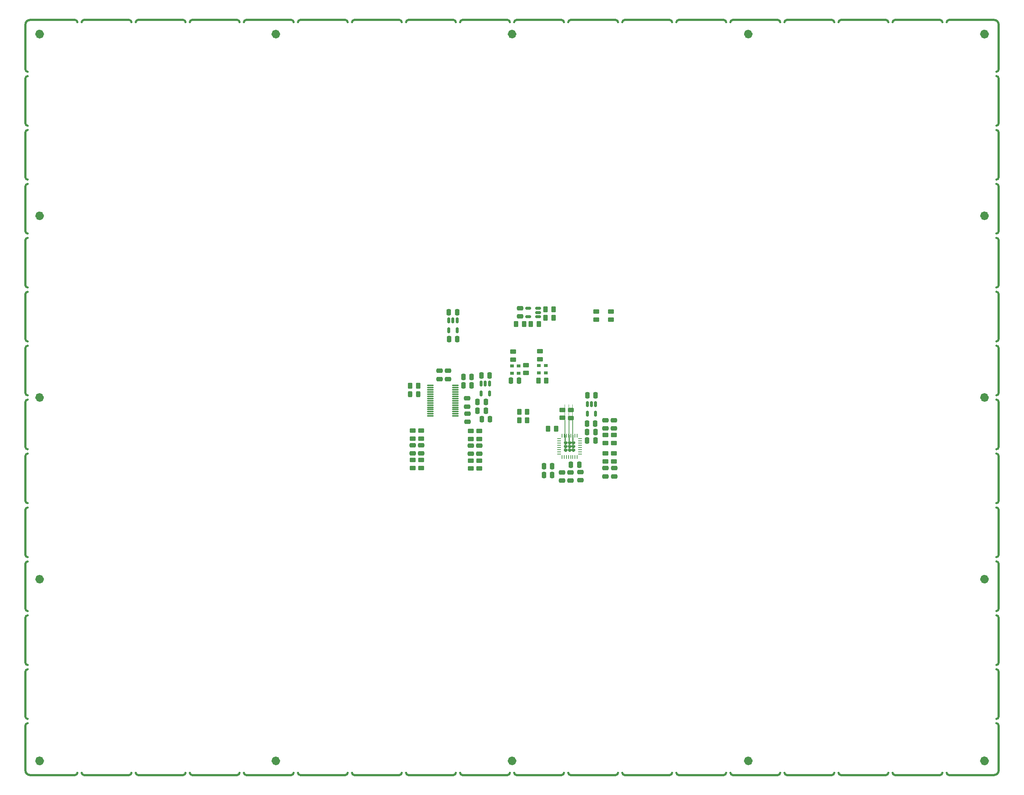
<source format=gtp>
G04 #@! TF.GenerationSoftware,KiCad,Pcbnew,7.0.9-7.0.9~ubuntu23.04.1*
G04 #@! TF.CreationDate,2023-12-23T14:41:46+00:00*
G04 #@! TF.ProjectId,stencil,7374656e-6369-46c2-9e6b-696361645f70,0.0.1*
G04 #@! TF.SameCoordinates,Original*
G04 #@! TF.FileFunction,Paste,Top*
G04 #@! TF.FilePolarity,Positive*
%FSLAX46Y46*%
G04 Gerber Fmt 4.6, Leading zero omitted, Abs format (unit mm)*
G04 Created by KiCad (PCBNEW 7.0.9-7.0.9~ubuntu23.04.1) date 2023-12-23 14:41:46*
%MOMM*%
%LPD*%
G01*
G04 APERTURE LIST*
G04 Aperture macros list*
%AMRoundRect*
0 Rectangle with rounded corners*
0 $1 Rounding radius*
0 $2 $3 $4 $5 $6 $7 $8 $9 X,Y pos of 4 corners*
0 Add a 4 corners polygon primitive as box body*
4,1,4,$2,$3,$4,$5,$6,$7,$8,$9,$2,$3,0*
0 Add four circle primitives for the rounded corners*
1,1,$1+$1,$2,$3*
1,1,$1+$1,$4,$5*
1,1,$1+$1,$6,$7*
1,1,$1+$1,$8,$9*
0 Add four rect primitives between the rounded corners*
20,1,$1+$1,$2,$3,$4,$5,0*
20,1,$1+$1,$4,$5,$6,$7,0*
20,1,$1+$1,$6,$7,$8,$9,0*
20,1,$1+$1,$8,$9,$2,$3,0*%
%AMFreePoly0*
4,1,57,0.170010,0.379889,0.174629,0.380220,0.177101,0.378870,0.183556,0.377942,0.210425,0.360674,0.238454,0.345370,0.345370,0.238454,0.359181,0.220003,0.362682,0.216970,0.363475,0.214266,0.367383,0.209047,0.374171,0.177841,0.383170,0.147196,0.383170,-0.147196,0.379889,-0.170010,0.380220,-0.174629,0.378870,-0.177101,0.377942,-0.183556,0.360674,-0.210425,0.345370,-0.238454,
0.238454,-0.345370,0.220003,-0.359181,0.216970,-0.362682,0.214266,-0.363475,0.209047,-0.367383,0.177841,-0.374171,0.147196,-0.383170,-0.147196,-0.383170,-0.170010,-0.379889,-0.174629,-0.380220,-0.177101,-0.378870,-0.183556,-0.377942,-0.210425,-0.360674,-0.238454,-0.345370,-0.345370,-0.238454,-0.359181,-0.220003,-0.362682,-0.216970,-0.363475,-0.214266,-0.367383,-0.209047,-0.374171,-0.177841,
-0.383170,-0.147196,-0.383170,0.147196,-0.379889,0.170010,-0.380220,0.174629,-0.378870,0.177101,-0.377942,0.183556,-0.360674,0.210425,-0.345370,0.238454,-0.238454,0.345370,-0.220003,0.359181,-0.216970,0.362682,-0.214266,0.363475,-0.209047,0.367383,-0.177841,0.374171,-0.147196,0.383170,0.147196,0.383170,0.170010,0.379889,0.170010,0.379889,$1*%
G04 Aperture macros list end*
%ADD10C,0.500000*%
%ADD11C,1.000000*%
%ADD12C,1.050000*%
%ADD13RoundRect,0.250000X-0.262500X-0.450000X0.262500X-0.450000X0.262500X0.450000X-0.262500X0.450000X0*%
%ADD14RoundRect,0.250000X0.450000X-0.262500X0.450000X0.262500X-0.450000X0.262500X-0.450000X-0.262500X0*%
%ADD15RoundRect,0.250000X-0.475000X0.250000X-0.475000X-0.250000X0.475000X-0.250000X0.475000X0.250000X0*%
%ADD16R,0.850000X0.650000*%
%ADD17RoundRect,0.150000X-0.150000X0.512500X-0.150000X-0.512500X0.150000X-0.512500X0.150000X0.512500X0*%
%ADD18RoundRect,0.250000X-0.450000X0.262500X-0.450000X-0.262500X0.450000X-0.262500X0.450000X0.262500X0*%
%ADD19RoundRect,0.250000X0.475000X-0.250000X0.475000X0.250000X-0.475000X0.250000X-0.475000X-0.250000X0*%
%ADD20RoundRect,0.250000X-0.250000X-0.475000X0.250000X-0.475000X0.250000X0.475000X-0.250000X0.475000X0*%
%ADD21RoundRect,0.243750X-0.456250X0.243750X-0.456250X-0.243750X0.456250X-0.243750X0.456250X0.243750X0*%
%ADD22RoundRect,0.250000X0.250000X0.475000X-0.250000X0.475000X-0.250000X-0.475000X0.250000X-0.475000X0*%
%ADD23RoundRect,0.250000X0.262500X0.450000X-0.262500X0.450000X-0.262500X-0.450000X0.262500X-0.450000X0*%
%ADD24RoundRect,0.243750X-0.243750X-0.456250X0.243750X-0.456250X0.243750X0.456250X-0.243750X0.456250X0*%
%ADD25FreePoly0,90.000000*%
%ADD26RoundRect,0.062500X0.062500X-0.375000X0.062500X0.375000X-0.062500X0.375000X-0.062500X-0.375000X0*%
%ADD27RoundRect,0.062500X0.375000X-0.062500X0.375000X0.062500X-0.375000X0.062500X-0.375000X-0.062500X0*%
%ADD28RoundRect,0.075000X0.662500X0.075000X-0.662500X0.075000X-0.662500X-0.075000X0.662500X-0.075000X0*%
%ADD29RoundRect,0.150000X0.512500X0.150000X-0.512500X0.150000X-0.512500X-0.150000X0.512500X-0.150000X0*%
G04 APERTURE END LIST*
D10*
X-79000000Y-22214281D02*
G75*
G03*
X-79500000Y-22714281I1J-500001D01*
G01*
X32000000Y114500000D02*
G75*
G03*
X31499996Y115000000I-500000J0D01*
G01*
D11*
X141750000Y-13875000D02*
G75*
G03*
X141750000Y-13875000I-500000J0D01*
G01*
D10*
X-53611112Y-59000000D02*
X-43166668Y-59000000D01*
X144499987Y76714287D02*
G75*
G03*
X144000000Y77214287I-499987J13D01*
G01*
X144500000Y-47571423D02*
X144500000Y-57999994D01*
X144500000Y27000003D02*
X144500000Y16571432D01*
X-79000000Y77214287D02*
G75*
G03*
X-79500000Y76714287I1J-500001D01*
G01*
X8111100Y-58500000D02*
G75*
G03*
X8611108Y-59000000I500000J0D01*
G01*
X-79500000Y51857145D02*
X-79500000Y41428574D01*
X-54111112Y-58500000D02*
G75*
G03*
X-53611112Y-59000000I500001J1D01*
G01*
X-68055556Y-59000000D02*
G75*
G03*
X-67555556Y-58500000I-1J500001D01*
G01*
X-79000000Y-34642852D02*
G75*
G03*
X-79500000Y-35142852I1J-500001D01*
G01*
X-79500000Y-22714281D02*
X-79500000Y-33142852D01*
X-79500000Y76714287D02*
X-79500000Y66285716D01*
X-79500000Y-10285710D02*
X-79500000Y-20714281D01*
X-79000000Y2642861D02*
G75*
G03*
X-79500000Y2142861I1J-500001D01*
G01*
X-67555556Y114500000D02*
G75*
G03*
X-68055556Y115000000I-500001J-1D01*
G01*
X144000000Y53357100D02*
G75*
G03*
X144500000Y53857145I0J500000D01*
G01*
X19555600Y114500000D02*
G75*
G03*
X19055552Y115000000I-500000J0D01*
G01*
X120611104Y115000000D02*
X131055548Y115000000D01*
X144000000Y78214300D02*
G75*
G03*
X144500000Y78714287I0J500000D01*
G01*
X-79500000Y-20714281D02*
G75*
G03*
X-79000000Y-21214281I500001J1D01*
G01*
X-30222200Y114500000D02*
G75*
G03*
X-30722224Y115000000I-500000J0D01*
G01*
D12*
X141775000Y111750000D02*
G75*
G03*
X141775000Y111750000I-525000J0D01*
G01*
D10*
X144499977Y-47571423D02*
G75*
G03*
X144000000Y-47071423I-499977J23D01*
G01*
D11*
X33000000Y-55750000D02*
G75*
G03*
X33000000Y-55750000I-500000J0D01*
G01*
D10*
X133055548Y-59000000D02*
X143499992Y-59000000D01*
X-41166668Y114999968D02*
G75*
G03*
X-41666668Y114500000I-32J-499968D01*
G01*
X45444400Y-58500000D02*
G75*
G03*
X45944440Y-59000000I500000J0D01*
G01*
X45944440Y-59000000D02*
X56388884Y-59000000D01*
X33499996Y-59000000D02*
X43944440Y-59000000D01*
X6611108Y-59000008D02*
G75*
G03*
X7111108Y-58500000I-8J500008D01*
G01*
X70333300Y-58500000D02*
G75*
G03*
X70833328Y-59000000I500000J0D01*
G01*
X-79000000Y52357145D02*
G75*
G03*
X-79500000Y51857145I1J-500001D01*
G01*
X-79500000Y-47571423D02*
X-79500000Y-57999994D01*
X-79500000Y-35142852D02*
X-79500000Y-45571423D01*
X-41666700Y-58500000D02*
G75*
G03*
X-41166668Y-59000000I500000J0D01*
G01*
X-4333300Y-58500000D02*
G75*
G03*
X-3833336Y-59000000I500000J0D01*
G01*
X56888900Y114500000D02*
G75*
G03*
X56388884Y115000000I-500000J0D01*
G01*
X144500000Y114000000D02*
G75*
G03*
X143500000Y115000000I-1000000J0D01*
G01*
X-79500000Y-8285710D02*
G75*
G03*
X-79000000Y-8785710I500001J1D01*
G01*
X-5833336Y-58999964D02*
G75*
G03*
X-5333336Y-58500000I36J499964D01*
G01*
X95722216Y-59000000D02*
X106166660Y-59000000D01*
X-29222200Y-58500000D02*
G75*
G03*
X-28722224Y-59000000I500000J0D01*
G01*
X58388884Y115000000D02*
X68833328Y115000000D01*
X144500032Y14571432D02*
G75*
G03*
X144000000Y15071432I-500032J-32D01*
G01*
X144500000Y51857145D02*
X144500000Y41428574D01*
X7111100Y114500000D02*
G75*
G03*
X6611108Y115000000I-500000J0D01*
G01*
X57888900Y-58500000D02*
G75*
G03*
X58388884Y-59000000I500000J0D01*
G01*
X108166660Y-59000000D02*
X118611104Y-59000000D01*
X144500003Y27000003D02*
G75*
G03*
X144000000Y27500003I-500003J-3D01*
G01*
X144000000Y103071400D02*
G75*
G03*
X144500000Y103571429I0J500000D01*
G01*
X108166660Y115000040D02*
G75*
G03*
X107666660Y114500000I40J-500040D01*
G01*
X-79500000Y66285716D02*
G75*
G03*
X-79000000Y65785716I500001J1D01*
G01*
D11*
X-75750000Y-13875000D02*
G75*
G03*
X-75750000Y-13875000I-500000J0D01*
G01*
D10*
X144500045Y51857145D02*
G75*
G03*
X144000000Y52357145I-500045J-45D01*
G01*
X120611104Y114999996D02*
G75*
G03*
X120111104Y114500000I-4J-499996D01*
G01*
X106166660Y-58999960D02*
G75*
G03*
X106666660Y-58500000I40J499960D01*
G01*
D12*
X-75725000Y-55750000D02*
G75*
G03*
X-75725000Y-55750000I-525000J0D01*
G01*
D10*
X70833328Y-59000000D02*
X81277772Y-59000000D01*
X144499958Y89142858D02*
G75*
G03*
X144000000Y89642858I-499958J42D01*
G01*
X33499996Y115000004D02*
G75*
G03*
X32999996Y114500000I4J-500004D01*
G01*
X-28722224Y-59000000D02*
X-18277780Y-59000000D01*
X144500029Y101571429D02*
G75*
G03*
X144000000Y102071429I-500029J-29D01*
G01*
X-66055556Y115000000D02*
X-55611112Y115000000D01*
X68833328Y-59000028D02*
G75*
G03*
X69333328Y-58500000I-28J500028D01*
G01*
D11*
X87375000Y-55750000D02*
G75*
G03*
X87375000Y-55750000I-500000J0D01*
G01*
D10*
X-16277780Y114999980D02*
G75*
G03*
X-16777780Y114500000I-20J-499980D01*
G01*
X133055548Y115000000D02*
X143499992Y115000000D01*
X-79500000Y-33142852D02*
G75*
G03*
X-79000000Y-33642852I500001J1D01*
G01*
X144000000Y65785700D02*
G75*
G03*
X144500000Y66285716I0J500000D01*
G01*
X144000000Y-33642900D02*
G75*
G03*
X144500000Y-33142852I0J500000D01*
G01*
D11*
X141750000Y28000000D02*
G75*
G03*
X141750000Y28000000I-500000J0D01*
G01*
D10*
X-79500000Y78714287D02*
G75*
G03*
X-79000000Y78214287I500001J1D01*
G01*
X144499990Y-10285710D02*
G75*
G03*
X144000000Y-9785710I-499990J10D01*
G01*
X-78500000Y115000000D02*
X-68055556Y115000000D01*
X-79500000Y4142861D02*
G75*
G03*
X-79000000Y3642861I500001J1D01*
G01*
X-79000000Y-9785710D02*
G75*
G03*
X-79500000Y-10285710I1J-500001D01*
G01*
X144000000Y28500000D02*
G75*
G03*
X144500000Y29000003I0J500000D01*
G01*
X144000000Y90642900D02*
G75*
G03*
X144500000Y91142858I0J500000D01*
G01*
X144000000Y-46071400D02*
G75*
G03*
X144500000Y-45571423I0J500000D01*
G01*
X95722216Y114999984D02*
G75*
G03*
X95222216Y114500000I-16J-499984D01*
G01*
X94222200Y114500000D02*
G75*
G03*
X93722216Y115000000I-500000J0D01*
G01*
D12*
X-75725000Y111750000D02*
G75*
G03*
X-75725000Y111750000I-525000J0D01*
G01*
D10*
X-55111112Y114500000D02*
G75*
G03*
X-55611112Y115000000I-500001J-1D01*
G01*
X-16277780Y115000000D02*
X-5833336Y115000000D01*
X144500000Y76714287D02*
X144500000Y66285716D01*
X144500000Y2142861D02*
X144500000Y-8285710D01*
X118611104Y-59000004D02*
G75*
G03*
X119111104Y-58500000I-4J500004D01*
G01*
X-79500000Y91142858D02*
G75*
G03*
X-79000000Y90642858I500001J1D01*
G01*
X82777800Y-58500000D02*
G75*
G03*
X83277772Y-59000000I500000J0D01*
G01*
X21055552Y115000000D02*
X31499996Y115000000D01*
X-53611112Y115000000D02*
X-43166668Y115000000D01*
X144500000Y-10285710D02*
X144500000Y-20714281D01*
X-55611112Y-59000000D02*
G75*
G03*
X-55111112Y-58500000I-1J500001D01*
G01*
D11*
X-75750000Y69875000D02*
G75*
G03*
X-75750000Y69875000I-500000J0D01*
G01*
X141750000Y69875000D02*
G75*
G03*
X141750000Y69875000I-500000J0D01*
G01*
D10*
X95222200Y-58500000D02*
G75*
G03*
X95722216Y-59000000I500000J0D01*
G01*
X133055548Y114999952D02*
G75*
G03*
X132555548Y114500000I-48J-499952D01*
G01*
X-79000000Y89642858D02*
G75*
G03*
X-79500000Y89142858I1J-500001D01*
G01*
X8611108Y114999992D02*
G75*
G03*
X8111108Y114500000I-8J-499992D01*
G01*
X-41166668Y115000000D02*
X-30722224Y115000000D01*
X144000000Y16071400D02*
G75*
G03*
X144500000Y16571432I0J500000D01*
G01*
X120111100Y-58500000D02*
G75*
G03*
X120611104Y-59000000I500000J0D01*
G01*
X-79500000Y16571432D02*
G75*
G03*
X-79000000Y16071432I500001J1D01*
G01*
X-79500000Y64285716D02*
X-79500000Y53857145D01*
D11*
X-21375000Y111750000D02*
G75*
G03*
X-21375000Y111750000I-500000J0D01*
G01*
D10*
X108166660Y115000000D02*
X118611104Y115000000D01*
X-79000000Y64785716D02*
G75*
G03*
X-79500000Y64285716I1J-500001D01*
G01*
X-79000000Y102071429D02*
G75*
G03*
X-79500000Y101571429I1J-500001D01*
G01*
X-78500000Y115000000D02*
G75*
G03*
X-79500000Y114000000I-1J-999999D01*
G01*
X-17777800Y114500000D02*
G75*
G03*
X-18277780Y115000000I-500000J0D01*
G01*
X107666700Y-58500000D02*
G75*
G03*
X108166660Y-59000000I500000J0D01*
G01*
X8611108Y115000000D02*
X19055552Y115000000D01*
X-3833336Y-59000000D02*
X6611108Y-59000000D01*
X144500019Y-22714281D02*
G75*
G03*
X144000000Y-22214281I-500019J-19D01*
G01*
X-79500000Y-58000000D02*
G75*
G03*
X-78500000Y-59000000I999999J-1D01*
G01*
X144500000Y101571429D02*
X144500000Y91142858D01*
D11*
X87375000Y111750000D02*
G75*
G03*
X87375000Y111750000I-500000J0D01*
G01*
D10*
X-79500000Y14571432D02*
X-79500000Y4142861D01*
X144500016Y64285716D02*
G75*
G03*
X144000000Y64785716I-500016J-16D01*
G01*
X144499961Y2142861D02*
G75*
G03*
X144000000Y2642861I-499961J39D01*
G01*
X-66055556Y115000000D02*
G75*
G03*
X-66555556Y114500000I1J-500001D01*
G01*
X-79500000Y39428574D02*
X-79500000Y29000003D01*
X-28722224Y115000024D02*
G75*
G03*
X-29222224Y114500000I24J-500024D01*
G01*
X69333300Y114500000D02*
G75*
G03*
X68833328Y115000000I-500000J0D01*
G01*
D11*
X-75750000Y28000000D02*
G75*
G03*
X-75750000Y28000000I-500000J0D01*
G01*
D10*
X58388884Y115000016D02*
G75*
G03*
X57888884Y114500000I16J-500016D01*
G01*
X132555500Y-58500000D02*
G75*
G03*
X133055548Y-59000000I500000J0D01*
G01*
X45944440Y115000000D02*
X56388884Y115000000D01*
X83277772Y-59000000D02*
X93722216Y-59000000D01*
X144000000Y3642900D02*
G75*
G03*
X144500000Y4142861I0J500000D01*
G01*
X144000000Y-8785700D02*
G75*
G03*
X144500000Y-8285710I0J500000D01*
G01*
X-18277780Y-59000020D02*
G75*
G03*
X-17777780Y-58500000I-20J500020D01*
G01*
X44444400Y114500000D02*
G75*
G03*
X43944440Y115000000I-500000J0D01*
G01*
X-79500000Y103571429D02*
G75*
G03*
X-79000000Y103071429I500001J1D01*
G01*
X33000000Y-58500000D02*
G75*
G03*
X33499996Y-59000000I500000J0D01*
G01*
X21055552Y-59000000D02*
X31499996Y-59000000D01*
X131055548Y-59000048D02*
G75*
G03*
X131555548Y-58500000I-48J500048D01*
G01*
X19055552Y-58999952D02*
G75*
G03*
X19555552Y-58500000I48J499952D01*
G01*
X-79500000Y114000000D02*
X-79500000Y103571429D01*
X-30722224Y-58999976D02*
G75*
G03*
X-30222224Y-58500000I24J499976D01*
G01*
X-66555556Y-58500000D02*
G75*
G03*
X-66055556Y-59000000I500001J1D01*
G01*
D11*
X-21375000Y-55750000D02*
G75*
G03*
X-21375000Y-55750000I-500000J0D01*
G01*
D10*
X70833328Y115000000D02*
X81277772Y115000000D01*
X81277772Y-58999972D02*
G75*
G03*
X81777772Y-58500000I28J499972D01*
G01*
X-42666700Y114500000D02*
G75*
G03*
X-43166668Y115000000I-500000J0D01*
G01*
X144500000Y39428574D02*
X144500000Y29000003D01*
X119111100Y114500000D02*
G75*
G03*
X118611104Y115000000I-500000J0D01*
G01*
X-79500000Y27000003D02*
X-79500000Y16571432D01*
D11*
X33000000Y111750000D02*
G75*
G03*
X33000000Y111750000I-500000J0D01*
G01*
D10*
X-79500000Y89142858D02*
X-79500000Y78714287D01*
X-66055556Y-59000000D02*
X-55611112Y-59000000D01*
X-5333300Y114500000D02*
G75*
G03*
X-5833336Y115000000I-500000J0D01*
G01*
X31499996Y-58999996D02*
G75*
G03*
X31999996Y-58500000I4J499996D01*
G01*
X144000000Y40928600D02*
G75*
G03*
X144500000Y41428574I0J500000D01*
G01*
X-28722224Y115000000D02*
X-18277780Y115000000D01*
X120611104Y-59000000D02*
X131055548Y-59000000D01*
X144500000Y114000000D02*
X144500000Y103571429D01*
X-43166668Y-59000032D02*
G75*
G03*
X-42666668Y-58500000I-32J500032D01*
G01*
X-41166668Y-59000000D02*
X-30722224Y-59000000D01*
X21055552Y115000048D02*
G75*
G03*
X20555552Y114500000I48J-500048D01*
G01*
X81777800Y114500000D02*
G75*
G03*
X81277772Y115000000I-500000J0D01*
G01*
X144500000Y14571432D02*
X144500000Y4142861D01*
X8611108Y-59000000D02*
X19055552Y-59000000D01*
X144500000Y-35142852D02*
X144500000Y-45571423D01*
X144000000Y-21214300D02*
G75*
G03*
X144500000Y-20714281I0J500000D01*
G01*
X144500000Y64285716D02*
X144500000Y53857145D01*
X143500000Y-59000000D02*
G75*
G03*
X144500000Y-58000000I0J1000000D01*
G01*
X-79500000Y-45571423D02*
G75*
G03*
X-79000000Y-46071423I500001J1D01*
G01*
X33499996Y115000000D02*
X43944440Y115000000D01*
X58388884Y-59000000D02*
X68833328Y-59000000D01*
X144500000Y89142858D02*
X144500000Y78714287D01*
X-79000000Y-47071423D02*
G75*
G03*
X-79500000Y-47571423I1J-500001D01*
G01*
X56388884Y-58999984D02*
G75*
G03*
X56888884Y-58500000I16J499984D01*
G01*
X-79500000Y101571429D02*
X-79500000Y91142858D01*
X144499974Y39428574D02*
G75*
G03*
X144000000Y39928574I-499974J26D01*
G01*
X144500048Y-35142852D02*
G75*
G03*
X144000000Y-34642852I-500048J-48D01*
G01*
X43944440Y-59000040D02*
G75*
G03*
X44444440Y-58500000I-40J500040D01*
G01*
X131555500Y114500000D02*
G75*
G03*
X131055548Y115000000I-500000J0D01*
G01*
X-16277780Y-59000000D02*
X-5833336Y-59000000D01*
X144500000Y-22714281D02*
X144500000Y-33142852D01*
X83277772Y115000028D02*
G75*
G03*
X82777772Y114500000I28J-500028D01*
G01*
X106666700Y114500000D02*
G75*
G03*
X106166660Y115000000I-500000J0D01*
G01*
X83277772Y115000000D02*
X93722216Y115000000D01*
X95722216Y115000000D02*
X106166660Y115000000D01*
X-78500000Y-59000000D02*
X-68055556Y-59000000D01*
X-53611112Y115000000D02*
G75*
G03*
X-54111112Y114500000I1J-500001D01*
G01*
X-16777800Y-58500000D02*
G75*
G03*
X-16277780Y-59000000I500000J0D01*
G01*
X70833328Y114999972D02*
G75*
G03*
X70333328Y114500000I-28J-499972D01*
G01*
D12*
X141775000Y-55750000D02*
G75*
G03*
X141775000Y-55750000I-525000J0D01*
G01*
D10*
X-79000000Y27500003D02*
G75*
G03*
X-79500000Y27000003I1J-500001D01*
G01*
X-79000000Y15071432D02*
G75*
G03*
X-79500000Y14571432I1J-500001D01*
G01*
X-3833336Y115000000D02*
X6611108Y115000000D01*
X-79500000Y2142861D02*
X-79500000Y-8285710D01*
X-79500000Y41428574D02*
G75*
G03*
X-79000000Y40928574I500001J1D01*
G01*
X45944440Y114999960D02*
G75*
G03*
X45444440Y114500000I-40J-499960D01*
G01*
X-79500000Y53857145D02*
G75*
G03*
X-79000000Y53357145I500001J1D01*
G01*
X-79000000Y39928574D02*
G75*
G03*
X-79500000Y39428574I1J-500001D01*
G01*
X-79500000Y29000003D02*
G75*
G03*
X-79000000Y28500003I500001J1D01*
G01*
X-3833336Y115000036D02*
G75*
G03*
X-4333336Y114500000I36J-500036D01*
G01*
X20555600Y-58500000D02*
G75*
G03*
X21055552Y-59000000I500000J0D01*
G01*
X93722216Y-59000016D02*
G75*
G03*
X94222216Y-58500000I-16J500016D01*
G01*
D13*
G04 #@! TO.C,R7*
X36812500Y44925000D03*
X38637500Y44925000D03*
G04 #@! TD*
D14*
G04 #@! TO.C,R25*
X35725000Y33662500D03*
X35725000Y35487500D03*
G04 #@! TD*
D15*
G04 #@! TO.C,C21*
X54000000Y11720000D03*
X54000000Y9820000D03*
G04 #@! TD*
D16*
G04 #@! TO.C,X1*
X34025000Y33625000D03*
X34025000Y35275000D03*
X32475000Y35275000D03*
X32475000Y33625000D03*
G04 #@! TD*
D17*
G04 #@! TO.C,U2*
X19850000Y45787500D03*
X18900000Y45787500D03*
X17950000Y45787500D03*
X17950000Y43512500D03*
X19850000Y43512500D03*
G04 #@! TD*
D18*
G04 #@! TO.C,R16*
X54025000Y15107500D03*
X54025000Y13282500D03*
G04 #@! TD*
D15*
G04 #@! TO.C,C3*
X11600000Y17000000D03*
X11600000Y15100000D03*
G04 #@! TD*
D19*
G04 #@! TO.C,C16*
X17800000Y32250000D03*
X17800000Y34150000D03*
G04 #@! TD*
D20*
G04 #@! TO.C,C32*
X32225000Y31900000D03*
X34125000Y31900000D03*
G04 #@! TD*
D13*
G04 #@! TO.C,R5*
X40212500Y46400000D03*
X42037500Y46400000D03*
G04 #@! TD*
G04 #@! TO.C,R10*
X33437500Y44925000D03*
X35262500Y44925000D03*
G04 #@! TD*
D16*
G04 #@! TO.C,X2*
X40250000Y33700000D03*
X40250000Y35350000D03*
X38700000Y35350000D03*
X38700000Y33700000D03*
G04 #@! TD*
D21*
G04 #@! TO.C,D2*
X46010000Y25137500D03*
X46010000Y23262500D03*
G04 #@! TD*
D19*
G04 #@! TO.C,C14*
X22225000Y22400000D03*
X22225000Y24300000D03*
G04 #@! TD*
D20*
G04 #@! TO.C,C28*
X39850000Y12125000D03*
X41750000Y12125000D03*
G04 #@! TD*
G04 #@! TO.C,C11*
X21300000Y30800000D03*
X23200000Y30800000D03*
G04 #@! TD*
D15*
G04 #@! TO.C,C4*
X22975000Y16900000D03*
X22975000Y15000000D03*
G04 #@! TD*
D14*
G04 #@! TO.C,R11*
X22975000Y11637500D03*
X22975000Y13462500D03*
G04 #@! TD*
D15*
G04 #@! TO.C,C7*
X24950000Y16900000D03*
X24950000Y15000000D03*
G04 #@! TD*
D19*
G04 #@! TO.C,C24*
X45975000Y8850000D03*
X45975000Y10750000D03*
G04 #@! TD*
D22*
G04 #@! TO.C,C6*
X19875000Y41475000D03*
X17975000Y41475000D03*
G04 #@! TD*
D14*
G04 #@! TO.C,R19*
X53975000Y17510000D03*
X53975000Y19335000D03*
G04 #@! TD*
D20*
G04 #@! TO.C,C23*
X39850000Y10150000D03*
X41750000Y10150000D03*
G04 #@! TD*
D18*
G04 #@! TO.C,R12*
X22975000Y20262500D03*
X22975000Y18437500D03*
G04 #@! TD*
D20*
G04 #@! TO.C,C9*
X24550000Y26975000D03*
X26450000Y26975000D03*
G04 #@! TD*
D14*
G04 #@! TO.C,R13*
X24950000Y11637500D03*
X24950000Y13462500D03*
G04 #@! TD*
D19*
G04 #@! TO.C,C26*
X53980000Y20857500D03*
X53980000Y22757500D03*
G04 #@! TD*
D13*
G04 #@! TO.C,R1*
X9067500Y30675000D03*
X10892500Y30675000D03*
G04 #@! TD*
D22*
G04 #@! TO.C,C5*
X19850000Y47680000D03*
X17950000Y47680000D03*
G04 #@! TD*
D15*
G04 #@! TO.C,C13*
X22200000Y27800000D03*
X22200000Y25900000D03*
G04 #@! TD*
D14*
G04 #@! TO.C,R15*
X55290000Y45947500D03*
X55290000Y47772500D03*
G04 #@! TD*
D20*
G04 #@! TO.C,C15*
X21300000Y32775000D03*
X23200000Y32775000D03*
G04 #@! TD*
D22*
G04 #@! TO.C,C30*
X51650000Y22025000D03*
X49750000Y22025000D03*
G04 #@! TD*
D19*
G04 #@! TO.C,C25*
X55940000Y20872500D03*
X55940000Y22772500D03*
G04 #@! TD*
D23*
G04 #@! TO.C,R23*
X40387500Y31875000D03*
X38562500Y31875000D03*
G04 #@! TD*
D22*
G04 #@! TO.C,C31*
X47975000Y12540000D03*
X46075000Y12540000D03*
G04 #@! TD*
D24*
G04 #@! TO.C,D1*
X9067500Y28750000D03*
X10942500Y28750000D03*
G04 #@! TD*
D25*
G04 #@! TO.C,U6*
X44883333Y15856333D03*
X45750000Y15856333D03*
X46616667Y15856333D03*
X44883333Y16723000D03*
X45750000Y16723000D03*
X46616667Y16723000D03*
X44883333Y17589667D03*
X45750000Y17589667D03*
X46616667Y17589667D03*
D26*
X44000000Y14285500D03*
X44500000Y14285500D03*
X45000000Y14285500D03*
X45500000Y14285500D03*
X46000000Y14285500D03*
X46500000Y14285500D03*
X47000000Y14285500D03*
X47500000Y14285500D03*
D27*
X48187500Y14973000D03*
X48187500Y15473000D03*
X48187500Y15973000D03*
X48187500Y16473000D03*
X48187500Y16973000D03*
X48187500Y17473000D03*
X48187500Y17973000D03*
X48187500Y18473000D03*
D26*
X47500000Y19160500D03*
X47000000Y19160500D03*
X46500000Y19160500D03*
X46000000Y19160500D03*
X45500000Y19160500D03*
X45000000Y19160500D03*
X44500000Y19160500D03*
X44000000Y19160500D03*
D27*
X43312500Y18473000D03*
X43312500Y17973000D03*
X43312500Y17473000D03*
X43312500Y16973000D03*
X43312500Y16473000D03*
X43312500Y15973000D03*
X43312500Y15473000D03*
X43312500Y14973000D03*
G04 #@! TD*
D17*
G04 #@! TO.C,U5*
X51750000Y26512500D03*
X50800000Y26512500D03*
X49850000Y26512500D03*
X49850000Y24237500D03*
X51750000Y24237500D03*
G04 #@! TD*
D22*
G04 #@! TO.C,C8*
X27350000Y33100000D03*
X25450000Y33100000D03*
G04 #@! TD*
D13*
G04 #@! TO.C,R21*
X34167500Y22780000D03*
X35992500Y22780000D03*
G04 #@! TD*
D18*
G04 #@! TO.C,R8*
X11600000Y20362500D03*
X11600000Y18537500D03*
G04 #@! TD*
G04 #@! TO.C,R14*
X24950000Y20262500D03*
X24950000Y18437500D03*
G04 #@! TD*
D20*
G04 #@! TO.C,C12*
X49775000Y18050000D03*
X51675000Y18050000D03*
G04 #@! TD*
D15*
G04 #@! TO.C,C22*
X56000000Y11720000D03*
X56000000Y9820000D03*
G04 #@! TD*
D19*
G04 #@! TO.C,C27*
X48270000Y8910000D03*
X48270000Y10810000D03*
G04 #@! TD*
D13*
G04 #@! TO.C,R22*
X34167500Y24730000D03*
X35992500Y24730000D03*
G04 #@! TD*
D14*
G04 #@! TO.C,R18*
X55940000Y17510000D03*
X55940000Y19335000D03*
G04 #@! TD*
D20*
G04 #@! TO.C,C29*
X49775000Y20050000D03*
X51675000Y20050000D03*
G04 #@! TD*
D28*
G04 #@! TO.C,U4*
X19462500Y23750000D03*
X19462500Y24250000D03*
X19462500Y24750000D03*
X19462500Y25250000D03*
X19462500Y25750000D03*
X19462500Y26250000D03*
X19462500Y26750000D03*
X19462500Y27250000D03*
X19462500Y27750000D03*
X19462500Y28250000D03*
X19462500Y28750000D03*
X19462500Y29250000D03*
X19462500Y29750000D03*
X19462500Y30250000D03*
X19462500Y30750000D03*
X13737500Y30750000D03*
X13737500Y30250000D03*
X13737500Y29750000D03*
X13737500Y29250000D03*
X13737500Y28750000D03*
X13737500Y28250000D03*
X13737500Y27750000D03*
X13737500Y27250000D03*
X13737500Y26750000D03*
X13737500Y26250000D03*
X13737500Y25750000D03*
X13737500Y25250000D03*
X13737500Y24750000D03*
X13737500Y24250000D03*
X13737500Y23750000D03*
G04 #@! TD*
D17*
G04 #@! TO.C,U3*
X27300000Y31187500D03*
X26350000Y31187500D03*
X25400000Y31187500D03*
X25400000Y28912500D03*
X27300000Y28912500D03*
G04 #@! TD*
D14*
G04 #@! TO.C,R26*
X32750000Y36737500D03*
X32750000Y38562500D03*
G04 #@! TD*
D19*
G04 #@! TO.C,C1*
X34350000Y46675000D03*
X34350000Y48575000D03*
G04 #@! TD*
D18*
G04 #@! TO.C,R3*
X9600000Y20362500D03*
X9600000Y18537500D03*
G04 #@! TD*
D14*
G04 #@! TO.C,R27*
X38950000Y36837500D03*
X38950000Y38662500D03*
G04 #@! TD*
D19*
G04 #@! TO.C,C20*
X44000000Y8850000D03*
X44000000Y10750000D03*
G04 #@! TD*
D18*
G04 #@! TO.C,R17*
X55975000Y15107500D03*
X55975000Y13282500D03*
G04 #@! TD*
D14*
G04 #@! TO.C,R24*
X44060000Y23317500D03*
X44060000Y25142500D03*
G04 #@! TD*
D20*
G04 #@! TO.C,C10*
X49850000Y28500000D03*
X51750000Y28500000D03*
G04 #@! TD*
D23*
G04 #@! TO.C,R20*
X42637500Y20800000D03*
X40812500Y20800000D03*
G04 #@! TD*
D14*
G04 #@! TO.C,R9*
X11600000Y11737500D03*
X11600000Y13562500D03*
G04 #@! TD*
D20*
G04 #@! TO.C,C18*
X25550000Y23000000D03*
X27450000Y23000000D03*
G04 #@! TD*
D13*
G04 #@! TO.C,R6*
X40212500Y48325000D03*
X42037500Y48325000D03*
G04 #@! TD*
D14*
G04 #@! TO.C,R2*
X51920000Y45957500D03*
X51920000Y47782500D03*
G04 #@! TD*
D20*
G04 #@! TO.C,C19*
X24550000Y24975000D03*
X26450000Y24975000D03*
G04 #@! TD*
D15*
G04 #@! TO.C,C2*
X9600000Y17000000D03*
X9600000Y15100000D03*
G04 #@! TD*
D14*
G04 #@! TO.C,R4*
X9600000Y11737500D03*
X9600000Y13562500D03*
G04 #@! TD*
D29*
G04 #@! TO.C,U1*
X38527500Y46630000D03*
X38527500Y47580000D03*
X38527500Y48530000D03*
X36252500Y48530000D03*
X36252500Y46630000D03*
G04 #@! TD*
D19*
G04 #@! TO.C,C17*
X15800000Y32250000D03*
X15800000Y34150000D03*
G04 #@! TD*
M02*

</source>
